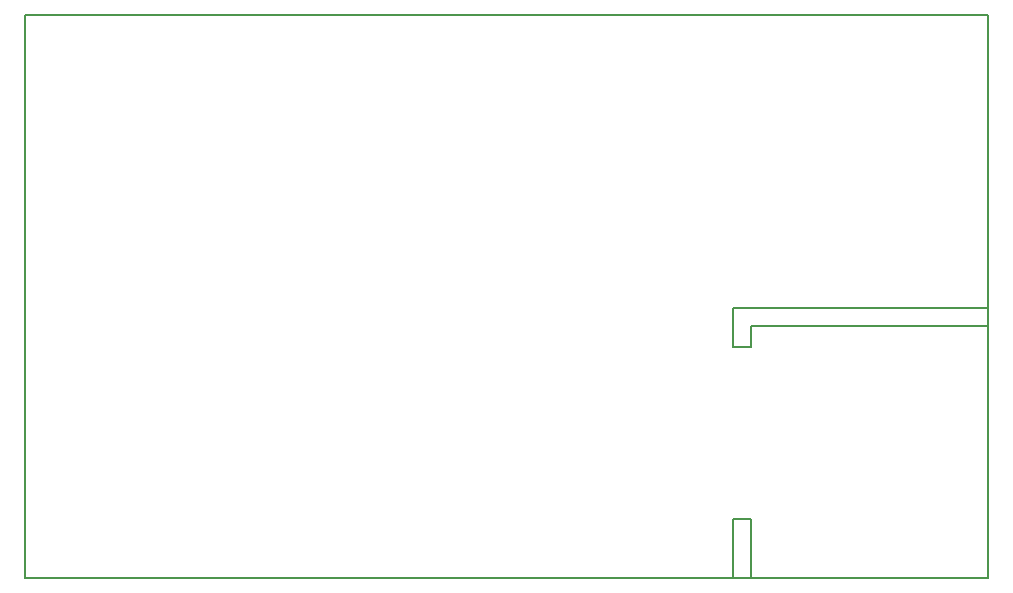
<source format=gbr>
G04 #@! TF.GenerationSoftware,KiCad,Pcbnew,5.0.2-bee76a0~70~ubuntu16.04.1*
G04 #@! TF.CreationDate,2019-04-05T13:04:55-07:00*
G04 #@! TF.ProjectId,volume_control_board,766f6c75-6d65-45f6-936f-6e74726f6c5f,rev?*
G04 #@! TF.SameCoordinates,Original*
G04 #@! TF.FileFunction,Profile,NP*
%FSLAX46Y46*%
G04 Gerber Fmt 4.6, Leading zero omitted, Abs format (unit mm)*
G04 Created by KiCad (PCBNEW 5.0.2-bee76a0~70~ubuntu16.04.1) date Fri 05 Apr 2019 01:04:55 PM PDT*
%MOMM*%
%LPD*%
G01*
G04 APERTURE LIST*
%ADD10C,0.200000*%
%ADD11C,0.150000*%
G04 APERTURE END LIST*
D10*
X79121000Y-101854000D02*
X81534000Y-101854000D01*
X79121000Y-54229000D02*
X81534000Y-54229000D01*
D11*
X160655000Y-78994000D02*
X139065000Y-78994000D01*
X160655000Y-80518000D02*
X160655000Y-78994000D01*
X140589000Y-80518000D02*
X160655000Y-80518000D01*
X140589000Y-82296000D02*
X140589000Y-80518000D01*
X139065000Y-82296000D02*
X140589000Y-82296000D01*
X139065000Y-78994000D02*
X139065000Y-82296000D01*
D10*
X81534000Y-54229000D02*
X160655000Y-54229000D01*
X160655000Y-54229000D02*
X160655000Y-101854000D01*
X79121000Y-101854000D02*
X79121000Y-54229000D01*
X160655000Y-101854000D02*
X81534000Y-101854000D01*
D11*
X139065000Y-101854000D02*
X140589000Y-101854000D01*
X140589000Y-96901000D02*
X140589000Y-101854000D01*
X139065000Y-96901000D02*
X140589000Y-96901000D01*
X139065000Y-101854000D02*
X139065000Y-96901000D01*
M02*

</source>
